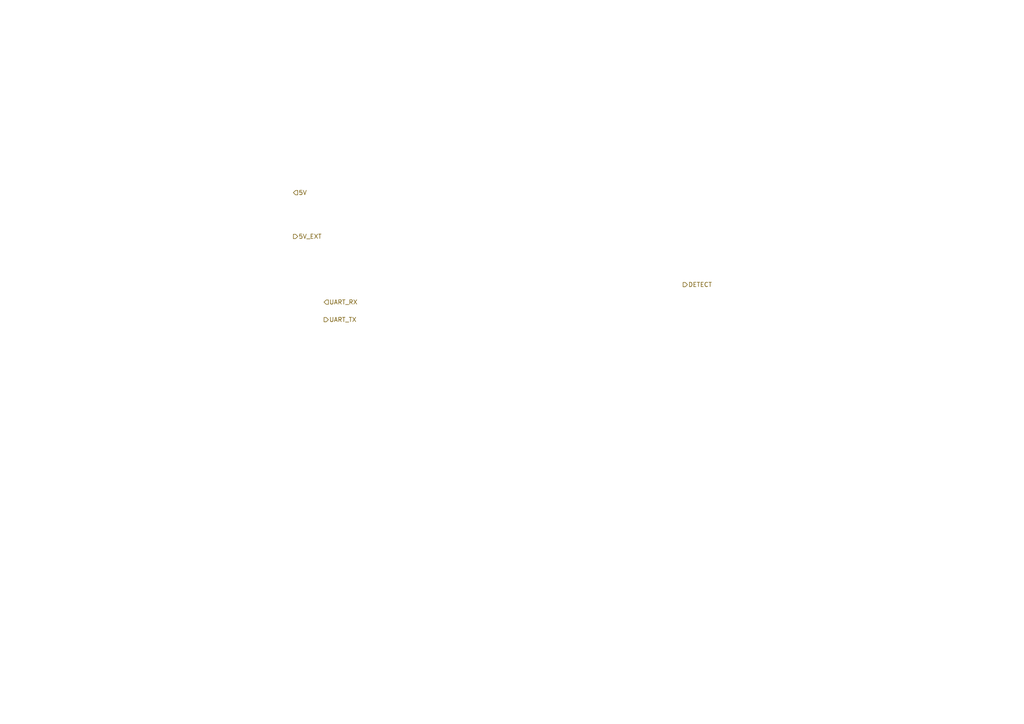
<source format=kicad_sch>
(kicad_sch (version 20211123) (generator eeschema)
  (paper "A4")
  (lib_symbols)
  (hierarchical_label "DETECT" (shape output) (at 198.12 82.55 0))
  (hierarchical_label "5V" (shape input) (at 85.09 55.88 0))
  (hierarchical_label "UART_TX" (shape output) (at 93.98 92.71 0))
  (hierarchical_label "UART_RX" (shape input) (at 93.98 87.63 0))
  (hierarchical_label "5V_EXT" (shape output) (at 85.09 68.58 0))
)
</source>
